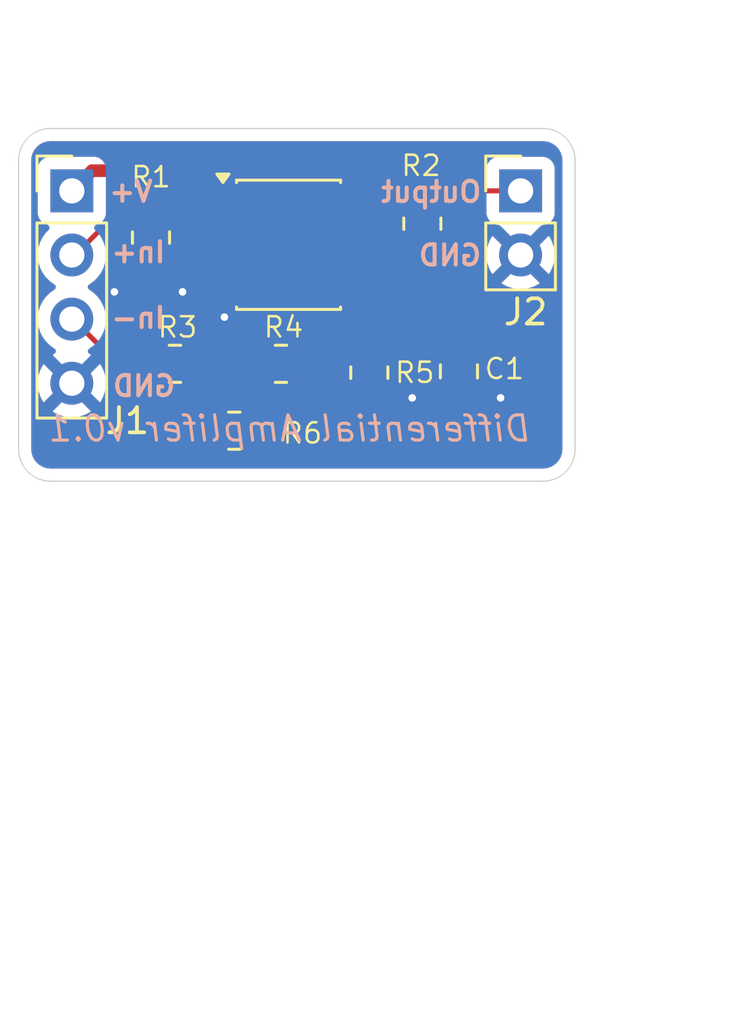
<source format=kicad_pcb>
(kicad_pcb (version 20241229) (generator "pcbnew") (generator_version "9.0")
  (layers (0 "F.Cu" signal) (2 "B.Cu" signal) (13 "F.Paste" user) (15 "B.Paste" user) (5 "F.SilkS" user "F.Silkscreen") (7 "B.SilkS" user "B.Silkscreen") (1 "F.Mask" user) (3 "B.Mask" user) (25 "Edge.Cuts" user))
  (net 0 "")
  (net 1 "In1-")
  (net 2 "Out1")
  (net 3 "GND")
  (net 4 "In1+")
  (net 5 "Net-(U1A--)")
  (net 6 "Net-(U1B--)")
  (net 7 "Net-(U1A-+)")
  (net 8 "Net-(U1B-+)")
  (net 9 "V+")
  (footprint "Resistor_SMD:R_0805_2012Metric_Pad1.20x1.40mm_HandSolder" (layer "F.Cu") (at 108.2275 57.65)
    (property "Reference" "R3" (at 0.1 -1.45 0) (layer "F.SilkS") (effects (font (size 0.8 0.8) (thickness 0.1))))
    (property "Value" "10k" (hide yes))
    (fp_line (start -0.227064 -0.735) (end 0.227064 -0.735) (stroke (width 0.12)) (layer "F.SilkS"))
    (fp_line (start -0.227064 0.735) (end 0.227064 0.735) (stroke (width 0.12)) (layer "F.SilkS"))
    (pad "1" smd roundrect (at -1 0) (size 1.2 1.4) (layers "F.Cu" "F.Mask" "F.Paste") (roundrect_rratio 0.208333) (net 1 "In1-"))
    (pad "2" smd roundrect (at 1 0) (size 1.2 1.4) (layers "F.Cu" "F.Mask" "F.Paste") (roundrect_rratio 0.208333) (net 5 "Net-(U1A--)"))
  )
  (footprint "Resistor_SMD:R_0805_2012Metric_Pad1.20x1.40mm_HandSolder" (layer "F.Cu") (at 107.2775 52.65 -90)
    (property "Reference" "R1" (at -2.4 0 0) (layer "F.SilkS") (effects (font (size 0.8 0.8) (thickness 0.1))))
    (property "Value" "10k" (hide yes))
    (fp_line (start -0.227064 0.735) (end 0.227064 0.735) (stroke (width 0.12)) (layer "F.SilkS"))
    (fp_line (start -0.227064 -0.735) (end 0.227064 -0.735) (stroke (width 0.12)) (layer "F.SilkS"))
    (pad "1" smd roundrect (at -1 0 270) (size 1.2 1.4) (layers "F.Cu" "F.Mask" "F.Paste") (roundrect_rratio 0.208333) (net 4 "In1+"))
    (pad "2" smd roundrect (at 1 0 270) (size 1.2 1.4) (layers "F.Cu" "F.Mask" "F.Paste") (roundrect_rratio 0.208333) (net 7 "Net-(U1A-+)"))
  )
  (footprint "Connector_PinHeader_2.54mm:PinHeader_1x04_P2.54mm_Vertical" (layer "F.Cu") (at 104.14 50.8)
    (property "Reference" "J1" (at 2.2 9.11 0) (layer "F.SilkS"))
    (property "Value" "Conn_01x012_MountingPin" (hide yes))
    (fp_line (start -1.38 -1.38) (end 0 -1.38) (stroke (width 0.12)) (layer "F.SilkS"))
    (fp_line (start -1.38 0) (end -1.38 -1.38) (stroke (width 0.12)) (layer "F.SilkS"))
    (fp_line (start -1.38 1.27) (end -1.38 9) (stroke (width 0.12)) (layer "F.SilkS"))
    (fp_line (start -1.38 1.27) (end 1.38 1.27) (stroke (width 0.12)) (layer "F.SilkS"))
    (fp_line (start -1.38 9) (end 1.38 9) (stroke (width 0.12)) (layer "F.SilkS"))
    (fp_line (start 1.38 1.27) (end 1.38 9) (stroke (width 0.12)) (layer "F.SilkS"))
    (pad "1" thru_hole rect (at 0 0) (size 1.7 1.7) (drill 1) (layers "*.Cu" "*.Mask") (net 9 "V+"))
    (pad "2" thru_hole circle (at 0 2.54) (size 1.7 1.7) (drill 1) (layers "*.Cu" "*.Mask") (net 4 "In1+"))
    (pad "3" thru_hole circle (at 0 5.08) (size 1.7 1.7) (drill 1) (layers "*.Cu" "*.Mask") (net 1 "In1-"))
    (pad "4" thru_hole circle (at 0 7.62) (size 1.7 1.7) (drill 1) (layers "*.Cu" "*.Mask") (net 3 "GND"))
  )
  (footprint "Capacitor_SMD:C_0805_2012Metric_Pad1.18x1.45mm_HandSolder" (layer "F.Cu") (at 119.4775 57.95 90)
    (property "Reference" "C1" (at 0.1 1.8 180) (layer "F.SilkS") (effects (font (size 0.8 0.8) (thickness 0.1))))
    (property "Value" "100n" (hide yes))
    (fp_line (start -0.261252 -0.735) (end 0.261252 -0.735) (stroke (width 0.12)) (layer "F.SilkS"))
    (fp_line (start -0.261252 0.735) (end 0.261252 0.735) (stroke (width 0.12)) (layer "F.SilkS"))
    (pad "1" smd roundrect (at -1.0375 0 90) (size 1.175 1.45) (layers "F.Cu" "F.Mask" "F.Paste") (roundrect_rratio 0.212766) (net 3 "GND"))
    (pad "2" smd roundrect (at 1.0375 0 90) (size 1.175 1.45) (layers "F.Cu" "F.Mask" "F.Paste") (roundrect_rratio 0.212766) (net 8 "Net-(U1B-+)"))
  )
  (footprint "Package_SO:SOIC-8_3.9x4.9mm_P1.27mm" (layer "F.Cu") (at 112.7275 52.935)
    (property "Reference" "U1" (hide yes))
    (property "Value" "Opamp_Dual" (hide yes))
    (fp_line (start -2.06 -2.56) (end 2.06 -2.56) (stroke (width 0.12)) (layer "F.SilkS"))
    (fp_line (start -2.06 -2.465) (end -2.06 -2.56) (stroke (width 0.12)) (layer "F.SilkS"))
    (fp_line (start -2.06 2.56) (end -2.06 2.465) (stroke (width 0.12)) (layer "F.SilkS"))
    (fp_line (start 2.06 -2.56) (end 2.06 -2.465) (stroke (width 0.12)) (layer "F.SilkS"))
    (fp_line (start 2.06 2.465) (end 2.06 2.56) (stroke (width 0.12)) (layer "F.SilkS"))
    (fp_line (start 2.06 2.56) (end -2.06 2.56) (stroke (width 0.12)) (layer "F.SilkS"))
    (fp_poly (pts (xy -2.6 -2.47) (xy -2.84 -2.8) (xy -2.36 -2.8)) (stroke (width 0.12)) (fill yes) (layer "F.SilkS"))
    (pad "1" smd roundrect (at -2.475 -1.905) (size 1.95 0.6) (layers "F.Cu" "F.Mask" "F.Paste") (net 2 "Out1"))
    (pad "2" smd roundrect (at -2.475 -0.635) (size 1.95 0.6) (layers "F.Cu" "F.Mask" "F.Paste") (net 5 "Net-(U1A--)"))
    (pad "3" smd roundrect (at -2.475 0.635) (size 1.95 0.6) (layers "F.Cu" "F.Mask" "F.Paste") (net 7 "Net-(U1A-+)"))
    (pad "4" smd roundrect (at -2.475 1.905) (size 1.95 0.6) (layers "F.Cu" "F.Mask" "F.Paste") (net 3 "GND"))
    (pad "5" smd roundrect (at 2.475 1.905) (size 1.95 0.6) (layers "F.Cu" "F.Mask" "F.Paste") (net 8 "Net-(U1B-+)"))
    (pad "6" smd roundrect (at 2.475 0.635) (size 1.95 0.6) (layers "F.Cu" "F.Mask" "F.Paste") (net 6 "Net-(U1B--)"))
    (pad "7" smd roundrect (at 2.475 -0.635) (size 1.95 0.6) (layers "F.Cu" "F.Mask" "F.Paste") (net 6 "Net-(U1B--)"))
    (pad "8" smd roundrect (at 2.475 -1.905) (size 1.95 0.6) (layers "F.Cu" "F.Mask" "F.Paste") (net 9 "V+"))
  )
  (footprint "Connector_PinHeader_2.54mm:PinHeader_1x02_P2.54mm_Vertical" (layer "F.Cu") (at 121.92 50.8)
    (property "Reference" "J2" (at 0.2 4.8 0) (layer "F.SilkS"))
    (property "Value" "Conn_01x012_MountingPin" (hide yes))
    (fp_line (start -1.38 -1.38) (end 0 -1.38) (stroke (width 0.12)) (layer "F.SilkS"))
    (fp_line (start -1.38 0) (end -1.38 -1.38) (stroke (width 0.12)) (layer "F.SilkS"))
    (fp_line (start -1.38 1.27) (end -1.38 3.92) (stroke (width 0.12)) (layer "F.SilkS"))
    (fp_line (start -1.38 1.27) (end 1.38 1.27) (stroke (width 0.12)) (layer "F.SilkS"))
    (fp_line (start -1.38 3.92) (end 1.38 3.92) (stroke (width 0.12)) (layer "F.SilkS"))
    (fp_line (start 1.38 1.27) (end 1.38 3.92) (stroke (width 0.12)) (layer "F.SilkS"))
    (pad "1" thru_hole rect (at 0 0) (size 1.7 1.7) (drill 1) (layers "*.Cu" "*.Mask") (net 2 "Out1"))
    (pad "2" thru_hole circle (at 0 2.54) (size 1.7 1.7) (drill 1) (layers "*.Cu" "*.Mask") (net 3 "GND"))
  )
  (footprint "Resistor_SMD:R_0805_2012Metric_Pad1.20x1.40mm_HandSolder" (layer "F.Cu") (at 110.5775 60.3)
    (property "Reference" "R6" (at 2.7 0.1 0) (layer "F.SilkS") (effects (font (size 0.8 0.8) (thickness 0.1))))
    (property "Value" "10k" (hide yes))
    (fp_line (start -0.227064 -0.735) (end 0.227064 -0.735) (stroke (width 0.12)) (layer "F.SilkS"))
    (fp_line (start -0.227064 0.735) (end 0.227064 0.735) (stroke (width 0.12)) (layer "F.SilkS"))
    (pad "1" smd roundrect (at -1 0) (size 1.2 1.4) (layers "F.Cu" "F.Mask" "F.Paste") (roundrect_rratio 0.208333) (net 7 "Net-(U1A-+)"))
    (pad "2" smd roundrect (at 1 0) (size 1.2 1.4) (layers "F.Cu" "F.Mask" "F.Paste") (roundrect_rratio 0.208333) (net 6 "Net-(U1B--)"))
  )
  (footprint "Resistor_SMD:R_0805_2012Metric_Pad1.20x1.40mm_HandSolder" (layer "F.Cu") (at 112.4275 57.65)
    (property "Reference" "R4" (at 0.1 -1.45 0) (layer "F.SilkS") (effects (font (size 0.8 0.8) (thickness 0.1))))
    (property "Value" "10k" (hide yes))
    (fp_line (start -0.227064 -0.735) (end 0.227064 -0.735) (stroke (width 0.12)) (layer "F.SilkS"))
    (fp_line (start -0.227064 0.735) (end 0.227064 0.735) (stroke (width 0.12)) (layer "F.SilkS"))
    (pad "1" smd roundrect (at -1 0) (size 1.2 1.4) (layers "F.Cu" "F.Mask" "F.Paste") (roundrect_rratio 0.208333) (net 5 "Net-(U1A--)"))
    (pad "2" smd roundrect (at 1 0) (size 1.2 1.4) (layers "F.Cu" "F.Mask" "F.Paste") (roundrect_rratio 0.208333) (net 2 "Out1"))
  )
  (footprint "Resistor_SMD:R_0805_2012Metric_Pad1.20x1.40mm_HandSolder" (layer "F.Cu") (at 118.0275 52.1 90)
    (property "Reference" "R2" (at 2.3 -0.05 180) (layer "F.SilkS") (effects (font (size 0.8 0.8) (thickness 0.1))))
    (property "Value" "10k" (hide yes))
    (fp_line (start -0.227064 -0.735) (end 0.227064 -0.735) (stroke (width 0.12)) (layer "F.SilkS"))
    (fp_line (start -0.227064 0.735) (end 0.227064 0.735) (stroke (width 0.12)) (layer "F.SilkS"))
    (pad "1" smd roundrect (at -1 0 90) (size 1.2 1.4) (layers "F.Cu" "F.Mask" "F.Paste") (roundrect_rratio 0.208333) (net 8 "Net-(U1B-+)"))
    (pad "2" smd roundrect (at 1 0 90) (size 1.2 1.4) (layers "F.Cu" "F.Mask" "F.Paste") (roundrect_rratio 0.208333) (net 9 "V+"))
  )
  (footprint "Resistor_SMD:R_0805_2012Metric_Pad1.20x1.40mm_HandSolder" (layer "F.Cu") (at 115.9275 58 -90)
    (property "Reference" "R5" (at 0 -1.8 180) (layer "F.SilkS") (effects (font (size 0.8 0.8) (thickness 0.1))))
    (property "Value" "20k" (hide yes))
    (fp_line (start -0.227064 0.735) (end 0.227064 0.735) (stroke (width 0.12)) (layer "F.SilkS"))
    (fp_line (start -0.227064 -0.735) (end 0.227064 -0.735) (stroke (width 0.12)) (layer "F.SilkS"))
    (pad "1" smd roundrect (at -1 0 270) (size 1.2 1.4) (layers "F.Cu" "F.Mask" "F.Paste") (roundrect_rratio 0.208333) (net 8 "Net-(U1B-+)"))
    (pad "2" smd roundrect (at 1 0 270) (size 1.2 1.4) (layers "F.Cu" "F.Mask" "F.Paste") (roundrect_rratio 0.208333) (net 3 "GND"))
  )
  (gr_arc (start 103.3025 62.3) (mid 102.404474 61.928026) (end 102.0325 61.03) (stroke (width 0.05)) (layer "Edge.Cuts"))
  (gr_arc (start 124.079 61.03) (mid 123.707026 61.928026) (end 122.809 62.3) (stroke (width 0.05)) (layer "Edge.Cuts"))
  (gr_line (start 122.809 62.3) (end 103.3025 62.3) (stroke (width 0.05)) (layer "Edge.Cuts"))
  (gr_line (start 103.3025 48.33) (end 122.809 48.33) (stroke (width 0.05)) (layer "Edge.Cuts"))
  (gr_arc (start 102.029393 49.6) (mid 102.402277 48.699777) (end 103.3025 48.326893) (stroke (width 0.05)) (layer "Edge.Cuts"))
  (gr_line (start 124.079 49.6062) (end 124.079 61.0362) (stroke (width 0.05)) (layer "Edge.Cuts"))
  (gr_line (start 102.0325 61.03) (end 102.0325 49.6) (stroke (width 0.05)) (layer "Edge.Cuts"))
  (gr_arc (start 122.809 48.33) (mid 123.707026 48.701974) (end 124.079 49.6) (stroke (width 0.05)) (layer "Edge.Cuts"))
  (gr_text "Differential Amplifer v0.1" (at 122.4275 60.8 0) (layer "B.SilkS") (effects (font (size 1 1) (thickness 0.125) (italic yes)) (justify left bottom mirror)))
  (gr_text "In-" (at 107.9275 56.3 0) (layer "B.SilkS") (effects (font (size 0.8 0.8) (thickness 0.16) (bold yes)) (justify left bottom mirror)))
  (gr_text "GND" (at 108.3275 59 0) (layer "B.SilkS") (effects (font (size 0.8 0.8) (thickness 0.16) (bold yes)) (justify left bottom mirror)))
  (gr_text "GND" (at 120.4468 53.8226 0) (layer "B.SilkS") (effects (font (size 0.8 0.8) (thickness 0.16) (bold yes)) (justify left bottom mirror)))
  (gr_text "V+" (at 107.4275 51.3 0) (layer "B.SilkS") (effects (font (size 0.8 0.8) (thickness 0.16) (bold yes)) (justify left bottom mirror)))
  (gr_text "Output\n" (at 120.4468 51.308 0) (layer "B.SilkS") (effects (font (size 0.8 0.8) (thickness 0.16) (bold yes)) (justify left bottom mirror)))
  (gr_text "In+" (at 107.9275 53.7 0) (layer "B.SilkS") (effects (font (size 0.8 0.8) (thickness 0.16) (bold yes)) (justify left bottom mirror)))
  (segment (start 105.7075 57.4) (end 107.2275 57.4) (width 0.2) (layer "F.Cu") (net 1))
  (segment (start 107.2275 57.14) (end 107.2275 57.4) (width 0.2) (layer "F.Cu") (net 1))
  (segment (start 104.2275 55.92) (end 105.7075 57.4) (width 0.2) (layer "F.Cu") (net 1))
  (segment (start 113.4275 57.3) (end 113.2775 57.15) (width 0.2) (layer "F.Cu") (net 2))
  (segment (start 116.619468 52.1) (end 118.61366 52.1) (width 0.2) (layer "F.Cu") (net 2))
  (segment (start 110.2525 51.03) (end 111.8575 51.03) (width 0.2) (layer "F.Cu") (net 2))
  (segment (start 119.91366 50.8) (end 121.92 50.8) (width 0.2) (layer "F.Cu") (net 2))
  (segment (start 116.218468 51.699) (end 116.619468 52.1) (width 0.2) (layer "F.Cu") (net 2))
  (segment (start 113.2775 52.45) (end 113.2775 52.25) (width 0.2) (layer "F.Cu") (net 2))
  (segment (start 113.2775 52.25) (end 113.8285 51.699) (width 0.2) (layer "F.Cu") (net 2))
  (segment (start 113.2775 57.15) (end 113.2775 52.45) (width 0.2) (layer "F.Cu") (net 2))
  (segment (start 111.8575 51.03) (end 113.2775 52.45) (width 0.2) (layer "F.Cu") (net 2))
  (segment (start 110.2525 51.03) (end 110.2525 51.025) (width 0.2) (layer "F.Cu") (net 2))
  (segment (start 113.8285 51.699) (end 116.218468 51.699) (width 0.2) (layer "F.Cu") (net 2))
  (segment (start 118.61366 52.1) (end 119.91366 50.8) (width 0.2) (layer "F.Cu") (net 2))
  (segment (start 110.1875 55.8) (end 110.1875 54.905) (width 0.2) (layer "F.Cu") (net 3))
  (segment (start 115.9775 59.05) (end 115.9275 59) (width 0.2) (layer "F.Cu") (net 3))
  (via (at 117.6275 59) (size 0.6) (drill 0.3) (layers "F.Cu" "B.Cu") (net 3))
  (via (at 110.1875 55.8) (size 0.6) (drill 0.3) (layers "F.Cu" "B.Cu") (net 3))
  (via (at 108.5275 54.8) (size 0.6) (drill 0.3) (layers "F.Cu" "B.Cu") (net 3))
  (via (at 105.8275 54.8) (size 0.6) (drill 0.3) (layers "F.Cu" "B.Cu") (net 3))
  (via (at 121.1275 59) (size 0.6) (drill 0.3) (layers "F.Cu" "B.Cu") (net 3))
  (segment (start 107.2375 51.21) (end 107.3275 51.3) (width 0.2) (layer "F.Cu") (net 4))
  (segment (start 105.9575 51.65) (end 107.2775 51.65) (width 0.2) (layer "F.Cu") (net 4))
  (segment (start 104.2275 53.38) (end 105.9575 51.65) (width 0.2) (layer "F.Cu") (net 4))
  (segment (start 109.2275 57.4) (end 111.3275 57.4) (width 0.2) (layer "F.Cu") (net 5))
  (segment (start 111.7275 52.9) (end 111.1275 52.3) (width 0.2) (layer "F.Cu") (net 5))
  (segment (start 111.7275 57) (end 111.7275 52.9) (width 0.2) (layer "F.Cu") (net 5))
  (segment (start 111.4275 57.6) (end 111.4275 57.3) (width 0.2) (layer "F.Cu") (net 5))
  (segment (start 111.3275 57.4) (end 111.4275 57.3) (width 0.2) (layer "F.Cu") (net 5))
  (segment (start 113.2775 60) (end 114.4775 58.8) (width 0.2) (layer "F.Cu") (net 6))
  (segment (start 114.227501 53.57) (end 115.2025 53.57) (width 0.2) (layer "F.Cu") (net 6))
  (segment (start 113.9265 53.871001) (end 114.227501 53.57) (width 0.2) (layer "F.Cu") (net 6))
  (segment (start 113.9265 55.180968) (end 113.9265 53.871001) (width 0.2) (layer "F.Cu") (net 6))
  (segment (start 114.4775 58.8) (end 114.4775 55.731968) (width 0.2) (layer "F.Cu") (net 6))
  (segment (start 115.2025 53.57) (end 115.2025 52.3) (width 0.2) (layer "F.Cu") (net 6))
  (segment (start 111.6275 60) (end 113.2775 60) (width 0.2) (layer "F.Cu") (net 6))
  (segment (start 114.4775 55.731968) (end 113.9265 55.180968) (width 0.2) (layer "F.Cu") (net 6))
  (segment (start 110.1225 53.7) (end 110.2525 53.57) (width 0.2) (layer "F.Cu") (net 7))
  (segment (start 107.0775 55.66384) (end 107.56366 56.15) (width 0.2) (layer "F.Cu") (net 7))
  (segment (start 108.1775 56.76384) (end 108.1775 58.8) (width 0.2) (layer "F.Cu") (net 7))
  (segment (start 107.2775 53.65) (end 110.1725 53.65) (width 0.2) (layer "F.Cu") (net 7))
  (segment (start 109.5775 60.2) (end 109.5775 60.3) (width 0.2) (layer "F.Cu") (net 7))
  (segment (start 107.0775 53.75) (end 107.0775 55.66384) (width 0.2) (layer "F.Cu") (net 7))
  (segment (start 107.56366 56.15) (end 108.1775 56.76384) (width 0.2) (layer "F.Cu") (net 7))
  (segment (start 110.1725 53.65) (end 110.2525 53.57) (width 0.2) (layer "F.Cu") (net 7))
  (segment (start 108.1775 58.8) (end 109.5775 60.2) (width 0.2) (layer "F.Cu") (net 7))
  (segment (start 115.5275 56.6) (end 115.5275 55.165) (width 0.2) (layer "F.Cu") (net 8))
  (segment (start 115.5275 55.165) (end 115.2025 54.84) (width 0.2) (layer "F.Cu") (net 8))
  (segment (start 118.0275 53.1) (end 118.0275 55.3625) (width 0.2) (layer "F.Cu") (net 8))
  (segment (start 118.0275 55.3625) (end 119.4775 56.8125) (width 0.2) (layer "F.Cu") (net 8))
  (segment (start 115.9275 57) (end 115.5275 56.6) (width 0.2) (layer "F.Cu") (net 8))
  (segment (start 116.2875 54.84) (end 118.0275 53.1) (width 0.2) (layer "F.Cu") (net 8))
  (segment (start 119.4775 56.8125) (end 119.4775 56.9125) (width 0.2) (layer "F.Cu") (net 8))
  (segment (start 115.2025 54.84) (end 116.2875 54.84) (width 0.2) (layer "F.Cu") (net 8))
  (segment (start 104.14 50.8) (end 104.94 50) (width 0.5) (layer "F.Cu") (net 9))
  (segment (start 104.94 50) (end 114.1725 50) (width 0.5) (layer "F.Cu") (net 9))
  (segment (start 104.14 50.8) (end 104.2675 50.8) (width 0.2) (layer "F.Cu") (net 9))
  (segment (start 115.2025 51.03) (end 117.9575 51.03) (width 0.2) (layer "F.Cu") (net 9))
  (segment (start 114.1725 50) (end 115.2025 51.03) (width 0.5) (layer "F.Cu") (net 9))
  (zone (net 3) (net_name "GND") (layer "F.Cu") (priority 1) (connect_pads (clearance 0.5)) (min_thickness 0.25) (fill yes (thermal_gap 0.5) (thermal_bridge_width 0.5))
    (polygon (pts (xy 101.3872 47.9618) (xy 127 47.9618) (xy 127 71) (xy 101.3872 71.206555)))
  )
  (zone (net 3) (net_name "GND") (layer "B.Cu") (connect_pads (clearance 0.5)) (min_thickness 0.25) (fill yes (thermal_gap 0.5) (thermal_bridge_width 0.5))
    (polygon (pts (xy 101.2952 47.7266) (xy 127 47.7266) (xy 127 83.82) (xy 101.2952 83.82)))
  )
)
</source>
